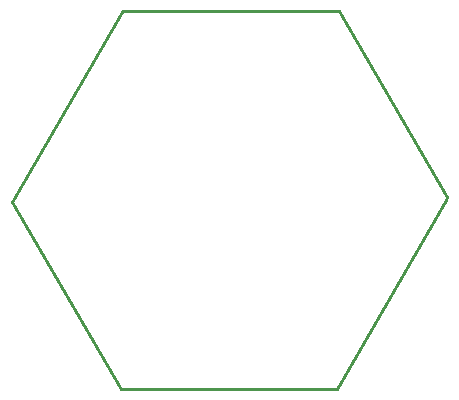
<source format=gm1>
G04*
G04 #@! TF.GenerationSoftware,Altium Limited,Altium Designer,21.9.1 (22)*
G04*
G04 Layer_Color=16711935*
%FSLAX44Y44*%
%MOMM*%
G71*
G04*
G04 #@! TF.SameCoordinates,043B7ADD-777D-4B4F-A2BF-0A1D89707C51*
G04*
G04*
G04 #@! TF.FilePolarity,Positive*
G04*
G01*
G75*
%ADD15C,0.2540*%
D15*
X843635Y479812D02*
X936135Y640027D01*
X660648Y480000D02*
X843635D01*
X936135Y640027D02*
X936650Y641950D01*
X661660Y798782D02*
X662878Y800000D01*
X569130Y638514D02*
X661660Y798782D01*
X662878Y800000D02*
X845400D01*
X569130Y638514D02*
X660648Y480000D01*
X845400Y800000D02*
X936650Y641950D01*
M02*

</source>
